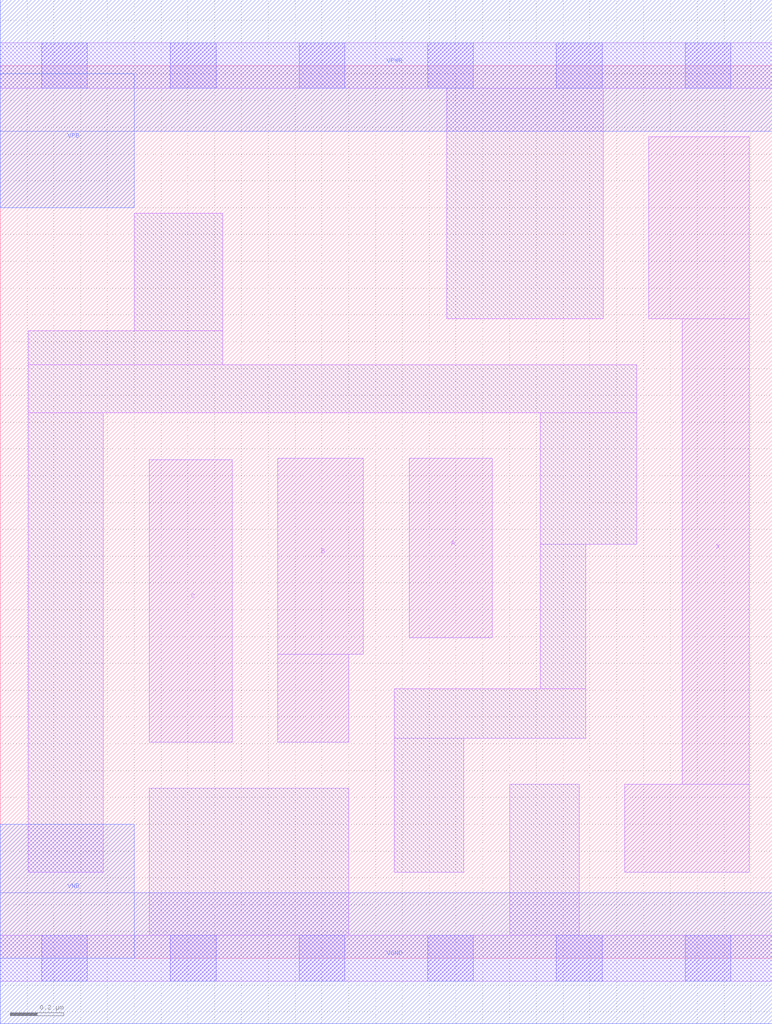
<source format=lef>
# Copyright 2020 The SkyWater PDK Authors
#
# Licensed under the Apache License, Version 2.0 (the "License");
# you may not use this file except in compliance with the License.
# You may obtain a copy of the License at
#
#     https://www.apache.org/licenses/LICENSE-2.0
#
# Unless required by applicable law or agreed to in writing, software
# distributed under the License is distributed on an "AS IS" BASIS,
# WITHOUT WARRANTIES OR CONDITIONS OF ANY KIND, either express or implied.
# See the License for the specific language governing permissions and
# limitations under the License.
#
# SPDX-License-Identifier: Apache-2.0

VERSION 5.5 ;
NAMESCASESENSITIVE ON ;
BUSBITCHARS "[]" ;
DIVIDERCHAR "/" ;
MACRO sky130_fd_sc_lp__or3_0
  CLASS CORE ;
  SOURCE USER ;
  ORIGIN  0.000000  0.000000 ;
  SIZE  2.880000 BY  3.330000 ;
  SYMMETRY X Y R90 ;
  SITE unit ;
  PIN A
    ANTENNAGATEAREA  0.126000 ;
    DIRECTION INPUT ;
    USE SIGNAL ;
    PORT
      LAYER li1 ;
        RECT 1.525000 1.195000 1.835000 1.865000 ;
    END
  END A
  PIN B
    ANTENNAGATEAREA  0.126000 ;
    DIRECTION INPUT ;
    USE SIGNAL ;
    PORT
      LAYER li1 ;
        RECT 1.035000 0.805000 1.300000 1.135000 ;
        RECT 1.035000 1.135000 1.355000 1.865000 ;
    END
  END B
  PIN C
    ANTENNAGATEAREA  0.126000 ;
    DIRECTION INPUT ;
    USE SIGNAL ;
    PORT
      LAYER li1 ;
        RECT 0.555000 0.805000 0.865000 1.860000 ;
    END
  END C
  PIN X
    ANTENNADIFFAREA  0.297700 ;
    DIRECTION OUTPUT ;
    USE SIGNAL ;
    PORT
      LAYER li1 ;
        RECT 2.330000 0.320000 2.795000 0.650000 ;
        RECT 2.420000 2.385000 2.795000 3.065000 ;
        RECT 2.545000 0.650000 2.795000 2.385000 ;
    END
  END X
  PIN VGND
    DIRECTION INOUT ;
    USE GROUND ;
    PORT
      LAYER met1 ;
        RECT 0.000000 -0.245000 2.880000 0.245000 ;
    END
  END VGND
  PIN VNB
    DIRECTION INOUT ;
    USE GROUND ;
    PORT
      LAYER met1 ;
        RECT 0.000000 0.000000 0.500000 0.500000 ;
    END
  END VNB
  PIN VPB
    DIRECTION INOUT ;
    USE POWER ;
    PORT
      LAYER met1 ;
        RECT 0.000000 2.800000 0.500000 3.300000 ;
    END
  END VPB
  PIN VPWR
    DIRECTION INOUT ;
    USE POWER ;
    PORT
      LAYER met1 ;
        RECT 0.000000 3.085000 2.880000 3.575000 ;
    END
  END VPWR
  OBS
    LAYER li1 ;
      RECT 0.000000 -0.085000 2.880000 0.085000 ;
      RECT 0.000000  3.245000 2.880000 3.415000 ;
      RECT 0.105000  0.320000 0.385000 2.035000 ;
      RECT 0.105000  2.035000 2.375000 2.215000 ;
      RECT 0.105000  2.215000 0.830000 2.340000 ;
      RECT 0.500000  2.340000 0.830000 2.780000 ;
      RECT 0.555000  0.085000 1.300000 0.635000 ;
      RECT 1.470000  0.320000 1.730000 0.820000 ;
      RECT 1.470000  0.820000 2.185000 1.005000 ;
      RECT 1.665000  2.385000 2.250000 3.245000 ;
      RECT 1.900000  0.085000 2.160000 0.650000 ;
      RECT 2.015000  1.005000 2.185000 1.545000 ;
      RECT 2.015000  1.545000 2.375000 2.035000 ;
    LAYER mcon ;
      RECT 0.155000 -0.085000 0.325000 0.085000 ;
      RECT 0.155000  3.245000 0.325000 3.415000 ;
      RECT 0.635000 -0.085000 0.805000 0.085000 ;
      RECT 0.635000  3.245000 0.805000 3.415000 ;
      RECT 1.115000 -0.085000 1.285000 0.085000 ;
      RECT 1.115000  3.245000 1.285000 3.415000 ;
      RECT 1.595000 -0.085000 1.765000 0.085000 ;
      RECT 1.595000  3.245000 1.765000 3.415000 ;
      RECT 2.075000 -0.085000 2.245000 0.085000 ;
      RECT 2.075000  3.245000 2.245000 3.415000 ;
      RECT 2.555000 -0.085000 2.725000 0.085000 ;
      RECT 2.555000  3.245000 2.725000 3.415000 ;
  END
END sky130_fd_sc_lp__or3_0

</source>
